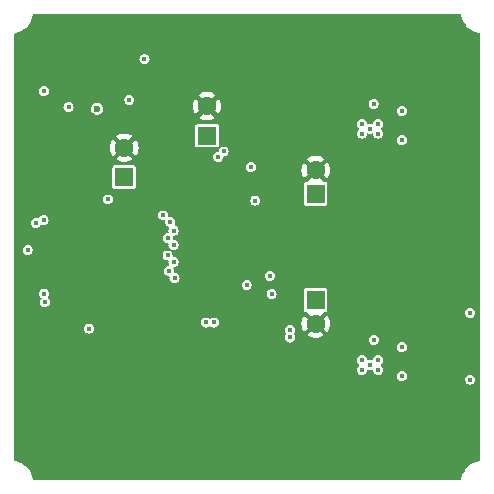
<source format=gbr>
%TF.GenerationSoftware,KiCad,Pcbnew,8.0.4*%
%TF.CreationDate,2024-09-11T23:51:38+02:00*%
%TF.ProjectId,HiFiDAC,48694669-4441-4432-9e6b-696361645f70,rev?*%
%TF.SameCoordinates,Original*%
%TF.FileFunction,Copper,L2,Inr*%
%TF.FilePolarity,Positive*%
%FSLAX46Y46*%
G04 Gerber Fmt 4.6, Leading zero omitted, Abs format (unit mm)*
G04 Created by KiCad (PCBNEW 8.0.4) date 2024-09-11 23:51:38*
%MOMM*%
%LPD*%
G01*
G04 APERTURE LIST*
%TA.AperFunction,ComponentPad*%
%ADD10R,1.600000X1.600000*%
%TD*%
%TA.AperFunction,ComponentPad*%
%ADD11C,1.600000*%
%TD*%
%TA.AperFunction,ViaPad*%
%ADD12C,0.450000*%
%TD*%
%TA.AperFunction,ViaPad*%
%ADD13C,0.600000*%
%TD*%
G04 APERTURE END LIST*
D10*
%TO.N,+5V*%
%TO.C,C12*%
X139600000Y-94100000D03*
D11*
%TO.N,GND*%
X139600000Y-91600000D03*
%TD*%
D10*
%TO.N,/3.3V Supply/3.3VDAC1*%
%TO.C,C18*%
X155800000Y-104500000D03*
D11*
%TO.N,GND*%
X155800000Y-106500000D03*
%TD*%
D10*
%TO.N,/3.3V Supply/3.3VA*%
%TO.C,C28*%
X146600000Y-90582380D03*
D11*
%TO.N,GND*%
X146600000Y-88082380D03*
%TD*%
D10*
%TO.N,/3.3V Supply/3.3VDAC2*%
%TO.C,C23*%
X155800000Y-95500000D03*
D11*
%TO.N,GND*%
X155800000Y-93500000D03*
%TD*%
D12*
%TO.N,GND*%
X134270000Y-108010000D03*
%TO.N,+15V*%
X163100000Y-90950000D03*
%TO.N,GND*%
X164500000Y-97900000D03*
X164500000Y-102100000D03*
X132300000Y-109500000D03*
X147500000Y-83600000D03*
X147600000Y-82000000D03*
X143700000Y-81900000D03*
X143590000Y-113840000D03*
X143590000Y-108570000D03*
X158400000Y-87900000D03*
X158500000Y-107800000D03*
X166800000Y-110000000D03*
X169230000Y-94280000D03*
X167200000Y-90000000D03*
X142000000Y-89700000D03*
X130880000Y-108210000D03*
X137030000Y-107730000D03*
X138730000Y-107410000D03*
X149400000Y-105400000D03*
X147100000Y-103300000D03*
X142700000Y-103300000D03*
X142580000Y-96740000D03*
X147900000Y-95900000D03*
X140600000Y-96200000D03*
X141800000Y-91700000D03*
X136300000Y-89700000D03*
X135290000Y-91720000D03*
X132300000Y-95000000D03*
X134700000Y-104200000D03*
X152700000Y-84000000D03*
X152700000Y-82200000D03*
X152700000Y-83100000D03*
X138900000Y-89500000D03*
X144900000Y-89800000D03*
X145560000Y-83590000D03*
X145500000Y-84900000D03*
X138830000Y-84250000D03*
X140100000Y-85300000D03*
X140460000Y-104530000D03*
X138770000Y-104520000D03*
X136700000Y-96000000D03*
X138200000Y-94400000D03*
X136700000Y-94400000D03*
X163300000Y-116400000D03*
X163300000Y-103600000D03*
X163100000Y-112700000D03*
X157700000Y-110900000D03*
X167300000Y-100400000D03*
X167300000Y-99600000D03*
X150600000Y-90900000D03*
X163300000Y-96400000D03*
X163300000Y-83600000D03*
X163100000Y-92700000D03*
X157700000Y-90900000D03*
X150700000Y-94500000D03*
X152000000Y-94500000D03*
X135900000Y-100000000D03*
X134600000Y-100000000D03*
X135900000Y-101300000D03*
X137200000Y-100000000D03*
X137200000Y-101300000D03*
X134600000Y-101300000D03*
X137200000Y-98700000D03*
X135900000Y-98700000D03*
X134600000Y-98700000D03*
X149700000Y-100000000D03*
X148600000Y-100000000D03*
X150800000Y-100000000D03*
X149700000Y-101100000D03*
X149700000Y-98900000D03*
X148600000Y-98900000D03*
X148600000Y-101100000D03*
X150800000Y-101100000D03*
X150800000Y-98900000D03*
X153600000Y-99300000D03*
X153600000Y-100700000D03*
X152700000Y-117800000D03*
X152700000Y-116900000D03*
X152700000Y-116000000D03*
X150500000Y-115100000D03*
X150700000Y-107000000D03*
X148700000Y-108400000D03*
X148700000Y-114000000D03*
X145800000Y-114600000D03*
X145800000Y-107800000D03*
X146000000Y-111200000D03*
X145000000Y-111200000D03*
X144000000Y-111200000D03*
X145000000Y-112200000D03*
X146000000Y-112200000D03*
X144000000Y-112200000D03*
X146000000Y-110200000D03*
X145000000Y-110200000D03*
X144000000Y-110200000D03*
X141300000Y-108400000D03*
X142500000Y-114760000D03*
X131700000Y-103700000D03*
X133400000Y-85150000D03*
X134200000Y-85500000D03*
X133400000Y-85900000D03*
X131300000Y-91200000D03*
X160080000Y-107860000D03*
X141740000Y-100680000D03*
X160060000Y-87870000D03*
X141600000Y-87500000D03*
X140800000Y-87500000D03*
X141100000Y-100400000D03*
X142400000Y-100400000D03*
%TO.N,Net-(U2-AVDD)*%
X149960000Y-103210000D03*
X150700000Y-96075000D03*
X150320000Y-93230000D03*
%TO.N,/3.3V Supply/3.3VA*%
X152075000Y-104000000D03*
%TO.N,/3.3V Supply/3.3VDAC2*%
X153650000Y-107669670D03*
X153650000Y-107040667D03*
%TO.N,+3.3VD*%
X136600000Y-106909994D03*
X134880000Y-88170000D03*
%TO.N,Net-(J5-Pin_5)*%
X138200000Y-95975000D03*
%TO.N,+15V*%
X148015000Y-91915000D03*
X147550000Y-92380000D03*
D13*
%TO.N,+5V*%
X137310000Y-88310000D03*
D12*
%TO.N,-15V*%
X161100000Y-109600000D03*
X159700000Y-89600000D03*
X161100000Y-110400000D03*
X147190000Y-106400000D03*
X161100000Y-89600000D03*
X159700000Y-110400000D03*
X159700000Y-90400000D03*
X160400000Y-110000000D03*
X160400000Y-90000000D03*
X161100000Y-90400000D03*
X159700000Y-109600000D03*
X146500000Y-106400000D03*
%TO.N,Net-(U6A--)*%
X163100000Y-108470000D03*
X160720000Y-107860000D03*
%TO.N,/I-V Stage/V1+*%
X168900000Y-105570000D03*
X168900000Y-111237919D03*
%TO.N,Net-(U7A--)*%
X163100000Y-88470000D03*
X160710000Y-87880000D03*
%TO.N,/SWDIO*%
X132880000Y-104690000D03*
%TO.N,/SWCLK*%
X132830000Y-103950000D03*
%TO.N,Net-(J6-Pin_2)*%
X131420000Y-100260000D03*
%TO.N,Net-(J6-Pin_3)*%
X132120000Y-97960000D03*
%TO.N,Net-(U1-CLK)*%
X151930000Y-102440000D03*
%TO.N,Net-(U2-CHIP_EN)*%
X143770000Y-98620000D03*
%TO.N,Net-(U2-SCLK{slash}SCL{slash}HW1)*%
X142900000Y-97330000D03*
%TO.N,Net-(U2-SS{slash}ADDR1{slash}HW2)*%
X143290000Y-99250000D03*
%TO.N,/GPIO4*%
X143860000Y-102660000D03*
%TO.N,Net-(U2-MISO{slash}ADDR0{slash}MUTE_CTRL)*%
X143770000Y-99840000D03*
%TO.N,/GPIO3*%
X143410000Y-102060000D03*
%TO.N,/GPIO2*%
X143772162Y-101272162D03*
%TO.N,Net-(U2-MOSI{slash}SDA{slash}HW0)*%
X143500000Y-97870000D03*
%TO.N,Net-(U2-GPIO1)*%
X143270000Y-100720000D03*
%TO.N,Net-(J2-Pin_1)*%
X132790000Y-86800000D03*
%TO.N,Net-(JP1-A)*%
X141312517Y-84100000D03*
%TO.N,Net-(J6-Pin_4)*%
X132770000Y-97750000D03*
%TO.N,Net-(JP2-C)*%
X140030000Y-87550000D03*
%TO.N,GND*%
X164400000Y-88200000D03*
%TO.N,+15V*%
X163100000Y-110950000D03*
%TD*%
%TA.AperFunction,Conductor*%
%TO.N,GND*%
G36*
X168110092Y-80322174D02*
G01*
X168131133Y-80364845D01*
X168132015Y-80371552D01*
X168132016Y-80371557D01*
X168196497Y-80612205D01*
X168291834Y-80842369D01*
X168291835Y-80842372D01*
X168416398Y-81058123D01*
X168416402Y-81058129D01*
X168492931Y-81157863D01*
X168568062Y-81255776D01*
X168744224Y-81431938D01*
X168941873Y-81583599D01*
X169157627Y-81708164D01*
X169387793Y-81803502D01*
X169628435Y-81867982D01*
X169628437Y-81867982D01*
X169628440Y-81867983D01*
X169628439Y-81867983D01*
X169635156Y-81868867D01*
X169684207Y-81897184D01*
X169699500Y-81942234D01*
X169699500Y-118057765D01*
X169677826Y-118110091D01*
X169635163Y-118131131D01*
X169628450Y-118132015D01*
X169628442Y-118132016D01*
X169387794Y-118196497D01*
X169157630Y-118291834D01*
X169157627Y-118291835D01*
X168941876Y-118416398D01*
X168941870Y-118416402D01*
X168744223Y-118568062D01*
X168568062Y-118744223D01*
X168416402Y-118941870D01*
X168416398Y-118941876D01*
X168291835Y-119157627D01*
X168291834Y-119157630D01*
X168196497Y-119387794D01*
X168132016Y-119628442D01*
X168132015Y-119628447D01*
X168131133Y-119635155D01*
X168102817Y-119684206D01*
X168057766Y-119699500D01*
X131942234Y-119699500D01*
X131889908Y-119677826D01*
X131868867Y-119635155D01*
X131867984Y-119628447D01*
X131867983Y-119628442D01*
X131867982Y-119628441D01*
X131867982Y-119628435D01*
X131803502Y-119387793D01*
X131708164Y-119157627D01*
X131583599Y-118941873D01*
X131431938Y-118744224D01*
X131255776Y-118568062D01*
X131216761Y-118538125D01*
X131058129Y-118416402D01*
X131058123Y-118416398D01*
X130842372Y-118291835D01*
X130842369Y-118291834D01*
X130612205Y-118196497D01*
X130428422Y-118147252D01*
X130371565Y-118132018D01*
X130371563Y-118132017D01*
X130371557Y-118132016D01*
X130371549Y-118132015D01*
X130364837Y-118131131D01*
X130315789Y-118102810D01*
X130300500Y-118057765D01*
X130300500Y-110950000D01*
X162669196Y-110950000D01*
X162690280Y-111083126D01*
X162751471Y-111203219D01*
X162751472Y-111203220D01*
X162846780Y-111298528D01*
X162966873Y-111359718D01*
X162966873Y-111359719D01*
X162985075Y-111362601D01*
X163100000Y-111380804D01*
X163233126Y-111359719D01*
X163353220Y-111298528D01*
X163413829Y-111237919D01*
X168469196Y-111237919D01*
X168490280Y-111371045D01*
X168495253Y-111380804D01*
X168551472Y-111491139D01*
X168646780Y-111586447D01*
X168766873Y-111647637D01*
X168766873Y-111647638D01*
X168785075Y-111650520D01*
X168900000Y-111668723D01*
X169033126Y-111647638D01*
X169153220Y-111586447D01*
X169248528Y-111491139D01*
X169309719Y-111371045D01*
X169330804Y-111237919D01*
X169309719Y-111104793D01*
X169309719Y-111104792D01*
X169248528Y-110984699D01*
X169153219Y-110889390D01*
X169033126Y-110828200D01*
X169033126Y-110828199D01*
X168900000Y-110807115D01*
X168766873Y-110828199D01*
X168766873Y-110828200D01*
X168646780Y-110889390D01*
X168551471Y-110984699D01*
X168490281Y-111104792D01*
X168490280Y-111104792D01*
X168469196Y-111237919D01*
X163413829Y-111237919D01*
X163448528Y-111203220D01*
X163509719Y-111083126D01*
X163530804Y-110950000D01*
X163509719Y-110816874D01*
X163509719Y-110816873D01*
X163448528Y-110696780D01*
X163353219Y-110601471D01*
X163233126Y-110540281D01*
X163233126Y-110540280D01*
X163100000Y-110519196D01*
X162966873Y-110540280D01*
X162966873Y-110540281D01*
X162846780Y-110601471D01*
X162751471Y-110696780D01*
X162690281Y-110816873D01*
X162690280Y-110816873D01*
X162669196Y-110950000D01*
X130300500Y-110950000D01*
X130300500Y-109600000D01*
X159269196Y-109600000D01*
X159290280Y-109733126D01*
X159351471Y-109853219D01*
X159445926Y-109947674D01*
X159467600Y-110000000D01*
X159445926Y-110052326D01*
X159351472Y-110146779D01*
X159351471Y-110146780D01*
X159290281Y-110266873D01*
X159290280Y-110266873D01*
X159269196Y-110400000D01*
X159290280Y-110533126D01*
X159351471Y-110653219D01*
X159351472Y-110653220D01*
X159446780Y-110748528D01*
X159566873Y-110809718D01*
X159566873Y-110809719D01*
X159585075Y-110812601D01*
X159700000Y-110830804D01*
X159833126Y-110809719D01*
X159953220Y-110748528D01*
X160048528Y-110653220D01*
X160109719Y-110533126D01*
X160123607Y-110445435D01*
X160153200Y-110397146D01*
X160208272Y-110383924D01*
X160230290Y-110391078D01*
X160266873Y-110409718D01*
X160266873Y-110409719D01*
X160285075Y-110412601D01*
X160400000Y-110430804D01*
X160533126Y-110409719D01*
X160569709Y-110391078D01*
X160626169Y-110386635D01*
X160669237Y-110423417D01*
X160676392Y-110445437D01*
X160690280Y-110533125D01*
X160690281Y-110533126D01*
X160725104Y-110601471D01*
X160751472Y-110653220D01*
X160846780Y-110748528D01*
X160966873Y-110809718D01*
X160966873Y-110809719D01*
X160985075Y-110812601D01*
X161100000Y-110830804D01*
X161233126Y-110809719D01*
X161353220Y-110748528D01*
X161448528Y-110653220D01*
X161509719Y-110533126D01*
X161530804Y-110400000D01*
X161509719Y-110266874D01*
X161509719Y-110266873D01*
X161448528Y-110146780D01*
X161354074Y-110052326D01*
X161332400Y-110000000D01*
X161354074Y-109947674D01*
X161381890Y-109919858D01*
X161448528Y-109853220D01*
X161509719Y-109733126D01*
X161530804Y-109600000D01*
X161509719Y-109466874D01*
X161509719Y-109466873D01*
X161448528Y-109346780D01*
X161353219Y-109251471D01*
X161233126Y-109190281D01*
X161233126Y-109190280D01*
X161100000Y-109169196D01*
X160966873Y-109190280D01*
X160966873Y-109190281D01*
X160846780Y-109251471D01*
X160751471Y-109346780D01*
X160690281Y-109466873D01*
X160676392Y-109554563D01*
X160646799Y-109602854D01*
X160591726Y-109616075D01*
X160569710Y-109608921D01*
X160533126Y-109590281D01*
X160533124Y-109590280D01*
X160533123Y-109590280D01*
X160400000Y-109569196D01*
X160266874Y-109590280D01*
X160230290Y-109608921D01*
X160173828Y-109613364D01*
X160130761Y-109576580D01*
X160123607Y-109554564D01*
X160109719Y-109466874D01*
X160048528Y-109346780D01*
X159953220Y-109251472D01*
X159953219Y-109251471D01*
X159833126Y-109190281D01*
X159833126Y-109190280D01*
X159700000Y-109169196D01*
X159566873Y-109190280D01*
X159566873Y-109190281D01*
X159446780Y-109251471D01*
X159351471Y-109346780D01*
X159290281Y-109466873D01*
X159290280Y-109466873D01*
X159269196Y-109600000D01*
X130300500Y-109600000D01*
X130300500Y-108470000D01*
X162669196Y-108470000D01*
X162690280Y-108603126D01*
X162751471Y-108723219D01*
X162751472Y-108723220D01*
X162846780Y-108818528D01*
X162966873Y-108879718D01*
X162966873Y-108879719D01*
X162985075Y-108882601D01*
X163100000Y-108900804D01*
X163233126Y-108879719D01*
X163353220Y-108818528D01*
X163448528Y-108723220D01*
X163509719Y-108603126D01*
X163530804Y-108470000D01*
X163509719Y-108336874D01*
X163509719Y-108336873D01*
X163448528Y-108216780D01*
X163353219Y-108121471D01*
X163233126Y-108060281D01*
X163233126Y-108060280D01*
X163100000Y-108039196D01*
X162966873Y-108060280D01*
X162966873Y-108060281D01*
X162846780Y-108121471D01*
X162751471Y-108216780D01*
X162690281Y-108336873D01*
X162690280Y-108336873D01*
X162669196Y-108470000D01*
X130300500Y-108470000D01*
X130300500Y-106909994D01*
X136169196Y-106909994D01*
X136190280Y-107043120D01*
X136236805Y-107134429D01*
X136251472Y-107163214D01*
X136346780Y-107258522D01*
X136466873Y-107319712D01*
X136466873Y-107319713D01*
X136485075Y-107322595D01*
X136600000Y-107340798D01*
X136733126Y-107319713D01*
X136853220Y-107258522D01*
X136948528Y-107163214D01*
X137009719Y-107043120D01*
X137010108Y-107040667D01*
X153219196Y-107040667D01*
X153240280Y-107173793D01*
X153301471Y-107293886D01*
X153310427Y-107302842D01*
X153332101Y-107355168D01*
X153310431Y-107407490D01*
X153301471Y-107416450D01*
X153240280Y-107536546D01*
X153219196Y-107669670D01*
X153240280Y-107802796D01*
X153301471Y-107922889D01*
X153301472Y-107922890D01*
X153396780Y-108018198D01*
X153516873Y-108079388D01*
X153516873Y-108079389D01*
X153535075Y-108082271D01*
X153650000Y-108100474D01*
X153783126Y-108079389D01*
X153903220Y-108018198D01*
X153998528Y-107922890D01*
X154030572Y-107860000D01*
X160289196Y-107860000D01*
X160310280Y-107993126D01*
X160371471Y-108113219D01*
X160371472Y-108113220D01*
X160466780Y-108208528D01*
X160586873Y-108269718D01*
X160586873Y-108269719D01*
X160605075Y-108272601D01*
X160720000Y-108290804D01*
X160853126Y-108269719D01*
X160973220Y-108208528D01*
X161068528Y-108113220D01*
X161129719Y-107993126D01*
X161150804Y-107860000D01*
X161129719Y-107726874D01*
X161129719Y-107726873D01*
X161068528Y-107606780D01*
X160973219Y-107511471D01*
X160853126Y-107450281D01*
X160853126Y-107450280D01*
X160720000Y-107429196D01*
X160586873Y-107450280D01*
X160586873Y-107450281D01*
X160466780Y-107511471D01*
X160371471Y-107606780D01*
X160310281Y-107726873D01*
X160310280Y-107726873D01*
X160289196Y-107860000D01*
X154030572Y-107860000D01*
X154059719Y-107802796D01*
X154080804Y-107669670D01*
X154059719Y-107536544D01*
X154059719Y-107536543D01*
X153998528Y-107416450D01*
X153989572Y-107407494D01*
X153967898Y-107355168D01*
X153989571Y-107302843D01*
X153998528Y-107293887D01*
X154059719Y-107173793D01*
X154080804Y-107040667D01*
X154059719Y-106907541D01*
X154059719Y-106907540D01*
X153998528Y-106787447D01*
X153903219Y-106692138D01*
X153783126Y-106630948D01*
X153783126Y-106630947D01*
X153650000Y-106609863D01*
X153516873Y-106630947D01*
X153516873Y-106630948D01*
X153396780Y-106692138D01*
X153301471Y-106787447D01*
X153240281Y-106907540D01*
X153240280Y-106907540D01*
X153219196Y-107040667D01*
X137010108Y-107040667D01*
X137030804Y-106909994D01*
X137009719Y-106776868D01*
X137009719Y-106776867D01*
X136948528Y-106656774D01*
X136853219Y-106561465D01*
X136733126Y-106500275D01*
X136733126Y-106500274D01*
X136600000Y-106479190D01*
X136466873Y-106500274D01*
X136466873Y-106500275D01*
X136346780Y-106561465D01*
X136251471Y-106656774D01*
X136190281Y-106776867D01*
X136190280Y-106776867D01*
X136169196Y-106909994D01*
X130300500Y-106909994D01*
X130300500Y-106400000D01*
X146069196Y-106400000D01*
X146090280Y-106533126D01*
X146151471Y-106653219D01*
X146151472Y-106653220D01*
X146246780Y-106748528D01*
X146366873Y-106809718D01*
X146366873Y-106809719D01*
X146385075Y-106812601D01*
X146500000Y-106830804D01*
X146633126Y-106809719D01*
X146753220Y-106748528D01*
X146792674Y-106709074D01*
X146845000Y-106687400D01*
X146897326Y-106709074D01*
X146936780Y-106748528D01*
X147056873Y-106809718D01*
X147056873Y-106809719D01*
X147075075Y-106812601D01*
X147190000Y-106830804D01*
X147323126Y-106809719D01*
X147443220Y-106748528D01*
X147538528Y-106653220D01*
X147599719Y-106533126D01*
X147604966Y-106499996D01*
X154594859Y-106499996D01*
X154594859Y-106500003D01*
X154615377Y-106721432D01*
X154615379Y-106721445D01*
X154676237Y-106935342D01*
X154676239Y-106935346D01*
X154775368Y-107134426D01*
X154775370Y-107134429D01*
X154821560Y-107195594D01*
X155413629Y-106603525D01*
X155427259Y-106654394D01*
X155479920Y-106745606D01*
X155554394Y-106820080D01*
X155645606Y-106872741D01*
X155696472Y-106886370D01*
X155103000Y-107479841D01*
X155262817Y-107578794D01*
X155262827Y-107578799D01*
X155470194Y-107659134D01*
X155688800Y-107699999D01*
X155688806Y-107700000D01*
X155911194Y-107700000D01*
X155911199Y-107699999D01*
X156129805Y-107659134D01*
X156337172Y-107578799D01*
X156337182Y-107578794D01*
X156496997Y-107479840D01*
X155903527Y-106886370D01*
X155954394Y-106872741D01*
X156045606Y-106820080D01*
X156120080Y-106745606D01*
X156172741Y-106654394D01*
X156186370Y-106603527D01*
X156778438Y-107195595D01*
X156824629Y-107134428D01*
X156824631Y-107134426D01*
X156923760Y-106935346D01*
X156923762Y-106935342D01*
X156984620Y-106721445D01*
X156984622Y-106721432D01*
X157005141Y-106500003D01*
X157005141Y-106499996D01*
X156984622Y-106278567D01*
X156984620Y-106278554D01*
X156923762Y-106064657D01*
X156923760Y-106064653D01*
X156824631Y-105865573D01*
X156824629Y-105865570D01*
X156778437Y-105804403D01*
X156186370Y-106396471D01*
X156172741Y-106345606D01*
X156120080Y-106254394D01*
X156045606Y-106179920D01*
X155954394Y-106127259D01*
X155903525Y-106113629D01*
X156447155Y-105570000D01*
X168469196Y-105570000D01*
X168490280Y-105703126D01*
X168541884Y-105804403D01*
X168551472Y-105823220D01*
X168646780Y-105918528D01*
X168766873Y-105979718D01*
X168766873Y-105979719D01*
X168785075Y-105982601D01*
X168900000Y-106000804D01*
X169033126Y-105979719D01*
X169153220Y-105918528D01*
X169248528Y-105823220D01*
X169309719Y-105703126D01*
X169330804Y-105570000D01*
X169309719Y-105436874D01*
X169309719Y-105436873D01*
X169248528Y-105316780D01*
X169153219Y-105221471D01*
X169033126Y-105160281D01*
X169033126Y-105160280D01*
X168900000Y-105139196D01*
X168766873Y-105160280D01*
X168766873Y-105160281D01*
X168646780Y-105221471D01*
X168551471Y-105316780D01*
X168490281Y-105436873D01*
X168490280Y-105436873D01*
X168469196Y-105570000D01*
X156447155Y-105570000D01*
X156494981Y-105522174D01*
X156547307Y-105500500D01*
X156619746Y-105500500D01*
X156619748Y-105500500D01*
X156678231Y-105488867D01*
X156744552Y-105444552D01*
X156788867Y-105378231D01*
X156800500Y-105319748D01*
X156800500Y-103680252D01*
X156788867Y-103621769D01*
X156787497Y-103619719D01*
X156753738Y-103569196D01*
X156744552Y-103555448D01*
X156721852Y-103540280D01*
X156678232Y-103511133D01*
X156678233Y-103511133D01*
X156648989Y-103505316D01*
X156619748Y-103499500D01*
X154980252Y-103499500D01*
X154951010Y-103505316D01*
X154921767Y-103511133D01*
X154855449Y-103555447D01*
X154855447Y-103555449D01*
X154811133Y-103621767D01*
X154799500Y-103680253D01*
X154799500Y-105319746D01*
X154811133Y-105378232D01*
X154840608Y-105422343D01*
X154855448Y-105444552D01*
X154899560Y-105474027D01*
X154921767Y-105488866D01*
X154921768Y-105488866D01*
X154921769Y-105488867D01*
X154980252Y-105500500D01*
X154980254Y-105500500D01*
X155052691Y-105500500D01*
X155105017Y-105522174D01*
X155696472Y-106113629D01*
X155645606Y-106127259D01*
X155554394Y-106179920D01*
X155479920Y-106254394D01*
X155427259Y-106345606D01*
X155413629Y-106396472D01*
X154821560Y-105804403D01*
X154775368Y-105865574D01*
X154775367Y-105865577D01*
X154676239Y-106064653D01*
X154676237Y-106064657D01*
X154615379Y-106278554D01*
X154615377Y-106278567D01*
X154594859Y-106499996D01*
X147604966Y-106499996D01*
X147620804Y-106400000D01*
X147599719Y-106266874D01*
X147599719Y-106266873D01*
X147538528Y-106146780D01*
X147443219Y-106051471D01*
X147323126Y-105990281D01*
X147323126Y-105990280D01*
X147190000Y-105969196D01*
X147056873Y-105990280D01*
X147056873Y-105990281D01*
X146936780Y-106051471D01*
X146936779Y-106051472D01*
X146897326Y-106090926D01*
X146845000Y-106112600D01*
X146792674Y-106090926D01*
X146753219Y-106051471D01*
X146633126Y-105990281D01*
X146633126Y-105990280D01*
X146500000Y-105969196D01*
X146366873Y-105990280D01*
X146366873Y-105990281D01*
X146246780Y-106051471D01*
X146151471Y-106146780D01*
X146090281Y-106266873D01*
X146090280Y-106266873D01*
X146069196Y-106400000D01*
X130300500Y-106400000D01*
X130300500Y-103950000D01*
X132399196Y-103950000D01*
X132420280Y-104083126D01*
X132481471Y-104203219D01*
X132570926Y-104292674D01*
X132592600Y-104345000D01*
X132570926Y-104397326D01*
X132531472Y-104436779D01*
X132531471Y-104436780D01*
X132470281Y-104556873D01*
X132470280Y-104556873D01*
X132449196Y-104690000D01*
X132470280Y-104823126D01*
X132531471Y-104943219D01*
X132531472Y-104943220D01*
X132626780Y-105038528D01*
X132746873Y-105099718D01*
X132746873Y-105099719D01*
X132765075Y-105102601D01*
X132880000Y-105120804D01*
X133013126Y-105099719D01*
X133133220Y-105038528D01*
X133228528Y-104943220D01*
X133289719Y-104823126D01*
X133310804Y-104690000D01*
X133289719Y-104556874D01*
X133289719Y-104556873D01*
X133228528Y-104436780D01*
X133139074Y-104347326D01*
X133117400Y-104295000D01*
X133139074Y-104242674D01*
X133178528Y-104203220D01*
X133239719Y-104083126D01*
X133252885Y-104000000D01*
X151644196Y-104000000D01*
X151665280Y-104133126D01*
X151726471Y-104253219D01*
X151726472Y-104253220D01*
X151821780Y-104348528D01*
X151941873Y-104409718D01*
X151941873Y-104409719D01*
X151960075Y-104412601D01*
X152075000Y-104430804D01*
X152208126Y-104409719D01*
X152328220Y-104348528D01*
X152423528Y-104253220D01*
X152484719Y-104133126D01*
X152505804Y-104000000D01*
X152484719Y-103866874D01*
X152484719Y-103866873D01*
X152423528Y-103746780D01*
X152328219Y-103651471D01*
X152208126Y-103590281D01*
X152208126Y-103590280D01*
X152075000Y-103569196D01*
X151941873Y-103590280D01*
X151941873Y-103590281D01*
X151821780Y-103651471D01*
X151726471Y-103746780D01*
X151665281Y-103866873D01*
X151665280Y-103866873D01*
X151644196Y-104000000D01*
X133252885Y-104000000D01*
X133260804Y-103950000D01*
X133239719Y-103816874D01*
X133239719Y-103816873D01*
X133178528Y-103696780D01*
X133083219Y-103601471D01*
X132963126Y-103540281D01*
X132963126Y-103540280D01*
X132830000Y-103519196D01*
X132696873Y-103540280D01*
X132696873Y-103540281D01*
X132576780Y-103601471D01*
X132481471Y-103696780D01*
X132420281Y-103816873D01*
X132420280Y-103816873D01*
X132399196Y-103950000D01*
X130300500Y-103950000D01*
X130300500Y-103210000D01*
X149529196Y-103210000D01*
X149550280Y-103343126D01*
X149611471Y-103463219D01*
X149611472Y-103463220D01*
X149706780Y-103558528D01*
X149826873Y-103619718D01*
X149826873Y-103619719D01*
X149839817Y-103621769D01*
X149960000Y-103640804D01*
X150093126Y-103619719D01*
X150213220Y-103558528D01*
X150308528Y-103463220D01*
X150369719Y-103343126D01*
X150390804Y-103210000D01*
X150369719Y-103076874D01*
X150369719Y-103076873D01*
X150308528Y-102956780D01*
X150213219Y-102861471D01*
X150093126Y-102800281D01*
X150093126Y-102800280D01*
X149960000Y-102779196D01*
X149826873Y-102800280D01*
X149826873Y-102800281D01*
X149706780Y-102861471D01*
X149611471Y-102956780D01*
X149550281Y-103076873D01*
X149550280Y-103076873D01*
X149529196Y-103210000D01*
X130300500Y-103210000D01*
X130300500Y-100720000D01*
X142839196Y-100720000D01*
X142860280Y-100853126D01*
X142921471Y-100973219D01*
X142921472Y-100973220D01*
X143016780Y-101068528D01*
X143136873Y-101129718D01*
X143136873Y-101129719D01*
X143270000Y-101150804D01*
X143273936Y-101150804D01*
X143326262Y-101172478D01*
X143347936Y-101224804D01*
X143347025Y-101236380D01*
X143341358Y-101272161D01*
X143362442Y-101405285D01*
X143362442Y-101405286D01*
X143362443Y-101405288D01*
X143423634Y-101525382D01*
X143425322Y-101528694D01*
X143429765Y-101585156D01*
X143392982Y-101628224D01*
X143370964Y-101635378D01*
X143276873Y-101650281D01*
X143156780Y-101711471D01*
X143061471Y-101806780D01*
X143000281Y-101926873D01*
X143000280Y-101926873D01*
X142979196Y-102060000D01*
X143000280Y-102193126D01*
X143060581Y-102311472D01*
X143061472Y-102313220D01*
X143156780Y-102408528D01*
X143276874Y-102469719D01*
X143381779Y-102486334D01*
X143430070Y-102515927D01*
X143443292Y-102570999D01*
X143429196Y-102659999D01*
X143450280Y-102793126D01*
X143511471Y-102913219D01*
X143511472Y-102913220D01*
X143606780Y-103008528D01*
X143726873Y-103069718D01*
X143726873Y-103069719D01*
X143745075Y-103072601D01*
X143860000Y-103090804D01*
X143993126Y-103069719D01*
X144113220Y-103008528D01*
X144208528Y-102913220D01*
X144269719Y-102793126D01*
X144290804Y-102660000D01*
X144269719Y-102526874D01*
X144269719Y-102526873D01*
X144225455Y-102440000D01*
X151499196Y-102440000D01*
X151520280Y-102573126D01*
X151581471Y-102693219D01*
X151581472Y-102693220D01*
X151676780Y-102788528D01*
X151796873Y-102849718D01*
X151796873Y-102849719D01*
X151815075Y-102852601D01*
X151930000Y-102870804D01*
X152063126Y-102849719D01*
X152183220Y-102788528D01*
X152278528Y-102693220D01*
X152339719Y-102573126D01*
X152360804Y-102440000D01*
X152339719Y-102306874D01*
X152339719Y-102306873D01*
X152278528Y-102186780D01*
X152183219Y-102091471D01*
X152063126Y-102030281D01*
X152063126Y-102030280D01*
X151930000Y-102009196D01*
X151796873Y-102030280D01*
X151796873Y-102030281D01*
X151676780Y-102091471D01*
X151581471Y-102186780D01*
X151520281Y-102306873D01*
X151520280Y-102306873D01*
X151499196Y-102440000D01*
X144225455Y-102440000D01*
X144208528Y-102406780D01*
X144113219Y-102311471D01*
X143993126Y-102250281D01*
X143993125Y-102250280D01*
X143888220Y-102233665D01*
X143839929Y-102204072D01*
X143826707Y-102149002D01*
X143840804Y-102060000D01*
X143819719Y-101926874D01*
X143758528Y-101806780D01*
X143756840Y-101803467D01*
X143752396Y-101747005D01*
X143789179Y-101703938D01*
X143811196Y-101696783D01*
X143905288Y-101681881D01*
X144025382Y-101620690D01*
X144120690Y-101525382D01*
X144181881Y-101405288D01*
X144202966Y-101272162D01*
X144181881Y-101139036D01*
X144181881Y-101139035D01*
X144120690Y-101018942D01*
X144025381Y-100923633D01*
X143905288Y-100862443D01*
X143905288Y-100862442D01*
X143772162Y-100841358D01*
X143768226Y-100841358D01*
X143715900Y-100819684D01*
X143694226Y-100767358D01*
X143695137Y-100755782D01*
X143700804Y-100720000D01*
X143679719Y-100586873D01*
X143618528Y-100466780D01*
X143523219Y-100371471D01*
X143403126Y-100310281D01*
X143403126Y-100310280D01*
X143270000Y-100289196D01*
X143136873Y-100310280D01*
X143136873Y-100310281D01*
X143016780Y-100371471D01*
X142921471Y-100466780D01*
X142860281Y-100586873D01*
X142860280Y-100586873D01*
X142839196Y-100720000D01*
X130300500Y-100720000D01*
X130300500Y-100260000D01*
X130989196Y-100260000D01*
X131010280Y-100393126D01*
X131071471Y-100513219D01*
X131071472Y-100513220D01*
X131166780Y-100608528D01*
X131286873Y-100669718D01*
X131286873Y-100669719D01*
X131305075Y-100672601D01*
X131420000Y-100690804D01*
X131553126Y-100669719D01*
X131673220Y-100608528D01*
X131768528Y-100513220D01*
X131829719Y-100393126D01*
X131850804Y-100260000D01*
X131829719Y-100126874D01*
X131829719Y-100126873D01*
X131768528Y-100006780D01*
X131673219Y-99911471D01*
X131553126Y-99850281D01*
X131553126Y-99850280D01*
X131420000Y-99829196D01*
X131286873Y-99850280D01*
X131286873Y-99850281D01*
X131166780Y-99911471D01*
X131071471Y-100006780D01*
X131010281Y-100126873D01*
X131010280Y-100126873D01*
X130989196Y-100260000D01*
X130300500Y-100260000D01*
X130300500Y-97960000D01*
X131689196Y-97960000D01*
X131710280Y-98093126D01*
X131771471Y-98213219D01*
X131771472Y-98213220D01*
X131866780Y-98308528D01*
X131986873Y-98369718D01*
X131986873Y-98369719D01*
X132005075Y-98372601D01*
X132120000Y-98390804D01*
X132253126Y-98369719D01*
X132373220Y-98308528D01*
X132468528Y-98213220D01*
X132491272Y-98168582D01*
X132534337Y-98131799D01*
X132590797Y-98136241D01*
X132636874Y-98159719D01*
X132636873Y-98159719D01*
X132655075Y-98162601D01*
X132770000Y-98180804D01*
X132903126Y-98159719D01*
X133023220Y-98098528D01*
X133118528Y-98003220D01*
X133179719Y-97883126D01*
X133200804Y-97750000D01*
X133179719Y-97616874D01*
X133179719Y-97616873D01*
X133118528Y-97496780D01*
X133023219Y-97401471D01*
X132903126Y-97340281D01*
X132903126Y-97340280D01*
X132838217Y-97330000D01*
X142469196Y-97330000D01*
X142490280Y-97463126D01*
X142551471Y-97583219D01*
X142551472Y-97583220D01*
X142646780Y-97678528D01*
X142766873Y-97739718D01*
X142766873Y-97739719D01*
X142787958Y-97743058D01*
X142900000Y-97760804D01*
X142990691Y-97746440D01*
X143045763Y-97759662D01*
X143075356Y-97807953D01*
X143075356Y-97831105D01*
X143069196Y-97869999D01*
X143090280Y-98003126D01*
X143151471Y-98123219D01*
X143151472Y-98123220D01*
X143246780Y-98218528D01*
X143366874Y-98279719D01*
X143366878Y-98279719D01*
X143369368Y-98280529D01*
X143370707Y-98281672D01*
X143372064Y-98282364D01*
X143371898Y-98282689D01*
X143412438Y-98317308D01*
X143416886Y-98373771D01*
X143412441Y-98384504D01*
X143360280Y-98486876D01*
X143339196Y-98620000D01*
X143357193Y-98733631D01*
X143343971Y-98788703D01*
X143295680Y-98818296D01*
X143156874Y-98840280D01*
X143156873Y-98840281D01*
X143036780Y-98901471D01*
X142941471Y-98996780D01*
X142880281Y-99116873D01*
X142880280Y-99116873D01*
X142859196Y-99250000D01*
X142880280Y-99383126D01*
X142935486Y-99491472D01*
X142941472Y-99503220D01*
X143036780Y-99598528D01*
X143156874Y-99659719D01*
X143289501Y-99680725D01*
X143337791Y-99710317D01*
X143351013Y-99765389D01*
X143339196Y-99839999D01*
X143360280Y-99973126D01*
X143421471Y-100093219D01*
X143421472Y-100093220D01*
X143516780Y-100188528D01*
X143636873Y-100249718D01*
X143636873Y-100249719D01*
X143655075Y-100252601D01*
X143770000Y-100270804D01*
X143903126Y-100249719D01*
X144023220Y-100188528D01*
X144118528Y-100093220D01*
X144179719Y-99973126D01*
X144200804Y-99840000D01*
X144179719Y-99706874D01*
X144179719Y-99706873D01*
X144118528Y-99586780D01*
X144023219Y-99491471D01*
X143903126Y-99430281D01*
X143903125Y-99430280D01*
X143770500Y-99409275D01*
X143722209Y-99379682D01*
X143708987Y-99324610D01*
X143709153Y-99323555D01*
X143720804Y-99250000D01*
X143702806Y-99136366D01*
X143716028Y-99081296D01*
X143764319Y-99051703D01*
X143769997Y-99050803D01*
X143770000Y-99050804D01*
X143903126Y-99029719D01*
X144023220Y-98968528D01*
X144118528Y-98873220D01*
X144179719Y-98753126D01*
X144200804Y-98620000D01*
X144179719Y-98486874D01*
X144179719Y-98486873D01*
X144118528Y-98366780D01*
X144023219Y-98271471D01*
X143903127Y-98210281D01*
X143900618Y-98209466D01*
X143899275Y-98208318D01*
X143897937Y-98207637D01*
X143898100Y-98207315D01*
X143857555Y-98172678D01*
X143853117Y-98116215D01*
X143857555Y-98105502D01*
X143909719Y-98003126D01*
X143930804Y-97870000D01*
X143910170Y-97739719D01*
X143909719Y-97736873D01*
X143848528Y-97616780D01*
X143753219Y-97521471D01*
X143633126Y-97460281D01*
X143633126Y-97460280D01*
X143500000Y-97439196D01*
X143409308Y-97453560D01*
X143354236Y-97440338D01*
X143324643Y-97392047D01*
X143324643Y-97368899D01*
X143330804Y-97330000D01*
X143309719Y-97196874D01*
X143309719Y-97196873D01*
X143248528Y-97076780D01*
X143153219Y-96981471D01*
X143033126Y-96920281D01*
X143033126Y-96920280D01*
X142900000Y-96899196D01*
X142766873Y-96920280D01*
X142766873Y-96920281D01*
X142646780Y-96981471D01*
X142551471Y-97076780D01*
X142490281Y-97196873D01*
X142490280Y-97196873D01*
X142469196Y-97330000D01*
X132838217Y-97330000D01*
X132770000Y-97319196D01*
X132636873Y-97340280D01*
X132636873Y-97340281D01*
X132516780Y-97401471D01*
X132421471Y-97496780D01*
X132398727Y-97541418D01*
X132355659Y-97578201D01*
X132299198Y-97573756D01*
X132253126Y-97550281D01*
X132253124Y-97550280D01*
X132253126Y-97550280D01*
X132120000Y-97529196D01*
X131986873Y-97550280D01*
X131986873Y-97550281D01*
X131866780Y-97611471D01*
X131771471Y-97706780D01*
X131710281Y-97826873D01*
X131710280Y-97826873D01*
X131689196Y-97960000D01*
X130300500Y-97960000D01*
X130300500Y-95975000D01*
X137769196Y-95975000D01*
X137790280Y-96108126D01*
X137851471Y-96228219D01*
X137851472Y-96228220D01*
X137946780Y-96323528D01*
X138066873Y-96384718D01*
X138066873Y-96384719D01*
X138085075Y-96387601D01*
X138200000Y-96405804D01*
X138333126Y-96384719D01*
X138453220Y-96323528D01*
X138548528Y-96228220D01*
X138609719Y-96108126D01*
X138614966Y-96075000D01*
X150269196Y-96075000D01*
X150290280Y-96208126D01*
X150347154Y-96319746D01*
X150351472Y-96328220D01*
X150446780Y-96423528D01*
X150566873Y-96484718D01*
X150566873Y-96484719D01*
X150585075Y-96487601D01*
X150700000Y-96505804D01*
X150833126Y-96484719D01*
X150953220Y-96423528D01*
X151048528Y-96328220D01*
X151109719Y-96208126D01*
X151130804Y-96075000D01*
X151109719Y-95941874D01*
X151109719Y-95941873D01*
X151048528Y-95821780D01*
X150953219Y-95726471D01*
X150833126Y-95665281D01*
X150833126Y-95665280D01*
X150700000Y-95644196D01*
X150566873Y-95665280D01*
X150566873Y-95665281D01*
X150446780Y-95726471D01*
X150351471Y-95821780D01*
X150290281Y-95941873D01*
X150290280Y-95941873D01*
X150269196Y-96075000D01*
X138614966Y-96075000D01*
X138630804Y-95975000D01*
X138609719Y-95841874D01*
X138609719Y-95841873D01*
X138548528Y-95721780D01*
X138453219Y-95626471D01*
X138333126Y-95565281D01*
X138333126Y-95565280D01*
X138200000Y-95544196D01*
X138066873Y-95565280D01*
X138066873Y-95565281D01*
X137946780Y-95626471D01*
X137851471Y-95721780D01*
X137790281Y-95841873D01*
X137790280Y-95841873D01*
X137769196Y-95975000D01*
X130300500Y-95975000D01*
X130300500Y-93280253D01*
X138599500Y-93280253D01*
X138599500Y-94919746D01*
X138611133Y-94978232D01*
X138640608Y-95022343D01*
X138655448Y-95044552D01*
X138699560Y-95074027D01*
X138721767Y-95088866D01*
X138721768Y-95088866D01*
X138721769Y-95088867D01*
X138780252Y-95100500D01*
X138780254Y-95100500D01*
X140419746Y-95100500D01*
X140419748Y-95100500D01*
X140478231Y-95088867D01*
X140544552Y-95044552D01*
X140588867Y-94978231D01*
X140600500Y-94919748D01*
X140600500Y-93280252D01*
X140590504Y-93230000D01*
X149889196Y-93230000D01*
X149910280Y-93363126D01*
X149971471Y-93483219D01*
X149971472Y-93483220D01*
X150066780Y-93578528D01*
X150186873Y-93639718D01*
X150186873Y-93639719D01*
X150205075Y-93642601D01*
X150320000Y-93660804D01*
X150453126Y-93639719D01*
X150573220Y-93578528D01*
X150651752Y-93499996D01*
X154594859Y-93499996D01*
X154594859Y-93500003D01*
X154615377Y-93721432D01*
X154615379Y-93721445D01*
X154676237Y-93935342D01*
X154676239Y-93935346D01*
X154775368Y-94134426D01*
X154775370Y-94134429D01*
X154821560Y-94195594D01*
X155413629Y-93603525D01*
X155427259Y-93654394D01*
X155479920Y-93745606D01*
X155554394Y-93820080D01*
X155645606Y-93872741D01*
X155696472Y-93886370D01*
X155105016Y-94477826D01*
X155052690Y-94499500D01*
X154980252Y-94499500D01*
X154951010Y-94505316D01*
X154921767Y-94511133D01*
X154855449Y-94555447D01*
X154855447Y-94555449D01*
X154811133Y-94621767D01*
X154799500Y-94680253D01*
X154799500Y-96319746D01*
X154811133Y-96378232D01*
X154815468Y-96384719D01*
X154855448Y-96444552D01*
X154899560Y-96474027D01*
X154921767Y-96488866D01*
X154921768Y-96488866D01*
X154921769Y-96488867D01*
X154980252Y-96500500D01*
X154980254Y-96500500D01*
X156619746Y-96500500D01*
X156619748Y-96500500D01*
X156678231Y-96488867D01*
X156744552Y-96444552D01*
X156788867Y-96378231D01*
X156800500Y-96319748D01*
X156800500Y-94680252D01*
X156788867Y-94621769D01*
X156744552Y-94555448D01*
X156722343Y-94540608D01*
X156678232Y-94511133D01*
X156678233Y-94511133D01*
X156648989Y-94505316D01*
X156619748Y-94499500D01*
X156547309Y-94499500D01*
X156494983Y-94477826D01*
X155903527Y-93886370D01*
X155954394Y-93872741D01*
X156045606Y-93820080D01*
X156120080Y-93745606D01*
X156172741Y-93654394D01*
X156186370Y-93603527D01*
X156778438Y-94195595D01*
X156824629Y-94134428D01*
X156824631Y-94134426D01*
X156923760Y-93935346D01*
X156923762Y-93935342D01*
X156984620Y-93721445D01*
X156984622Y-93721432D01*
X157005141Y-93500003D01*
X157005141Y-93499996D01*
X156984622Y-93278567D01*
X156984620Y-93278554D01*
X156923762Y-93064657D01*
X156923760Y-93064653D01*
X156824631Y-92865573D01*
X156824629Y-92865570D01*
X156778437Y-92804403D01*
X156186370Y-93396471D01*
X156172741Y-93345606D01*
X156120080Y-93254394D01*
X156045606Y-93179920D01*
X155954394Y-93127259D01*
X155903525Y-93113629D01*
X156496998Y-92520157D01*
X156337182Y-92421205D01*
X156337172Y-92421200D01*
X156129805Y-92340865D01*
X155911199Y-92300000D01*
X155688800Y-92300000D01*
X155470194Y-92340865D01*
X155262827Y-92421200D01*
X155262817Y-92421205D01*
X155103000Y-92520157D01*
X155696472Y-93113629D01*
X155645606Y-93127259D01*
X155554394Y-93179920D01*
X155479920Y-93254394D01*
X155427259Y-93345606D01*
X155413629Y-93396472D01*
X154821560Y-92804403D01*
X154775368Y-92865574D01*
X154775367Y-92865577D01*
X154676239Y-93064653D01*
X154676237Y-93064657D01*
X154615379Y-93278554D01*
X154615377Y-93278567D01*
X154594859Y-93499996D01*
X150651752Y-93499996D01*
X150668528Y-93483220D01*
X150729719Y-93363126D01*
X150750804Y-93230000D01*
X150729719Y-93096874D01*
X150729719Y-93096873D01*
X150668528Y-92976780D01*
X150573219Y-92881471D01*
X150453126Y-92820281D01*
X150453126Y-92820280D01*
X150320000Y-92799196D01*
X150186873Y-92820280D01*
X150186873Y-92820281D01*
X150066780Y-92881471D01*
X149971471Y-92976780D01*
X149910281Y-93096873D01*
X149910280Y-93096873D01*
X149889196Y-93230000D01*
X140590504Y-93230000D01*
X140588867Y-93221769D01*
X140544552Y-93155448D01*
X140502365Y-93127259D01*
X140478232Y-93111133D01*
X140478233Y-93111133D01*
X140448989Y-93105316D01*
X140419748Y-93099500D01*
X138780252Y-93099500D01*
X138751010Y-93105316D01*
X138721767Y-93111133D01*
X138655449Y-93155447D01*
X138655447Y-93155449D01*
X138611133Y-93221767D01*
X138599500Y-93280253D01*
X130300500Y-93280253D01*
X130300500Y-91599996D01*
X138394859Y-91599996D01*
X138394859Y-91600003D01*
X138415377Y-91821432D01*
X138415379Y-91821445D01*
X138476237Y-92035342D01*
X138476239Y-92035346D01*
X138575368Y-92234426D01*
X138575370Y-92234429D01*
X138621560Y-92295594D01*
X139213629Y-91703525D01*
X139227259Y-91754394D01*
X139279920Y-91845606D01*
X139354394Y-91920080D01*
X139445606Y-91972741D01*
X139496472Y-91986370D01*
X138903000Y-92579841D01*
X139062817Y-92678794D01*
X139062827Y-92678799D01*
X139270194Y-92759134D01*
X139488800Y-92799999D01*
X139488806Y-92800000D01*
X139711194Y-92800000D01*
X139711199Y-92799999D01*
X139929805Y-92759134D01*
X140137172Y-92678799D01*
X140137182Y-92678794D01*
X140296997Y-92579840D01*
X140097157Y-92380000D01*
X147119196Y-92380000D01*
X147140280Y-92513126D01*
X147201471Y-92633219D01*
X147201472Y-92633220D01*
X147296780Y-92728528D01*
X147416873Y-92789718D01*
X147416873Y-92789719D01*
X147435075Y-92792601D01*
X147550000Y-92810804D01*
X147683126Y-92789719D01*
X147803220Y-92728528D01*
X147898528Y-92633220D01*
X147959719Y-92513126D01*
X147977069Y-92403579D01*
X148006660Y-92355290D01*
X148038578Y-92342069D01*
X148148126Y-92324719D01*
X148268220Y-92263528D01*
X148363528Y-92168220D01*
X148424719Y-92048126D01*
X148445804Y-91915000D01*
X148424719Y-91781874D01*
X148424719Y-91781873D01*
X148363528Y-91661780D01*
X148268219Y-91566471D01*
X148148126Y-91505281D01*
X148148126Y-91505280D01*
X148015000Y-91484196D01*
X147881873Y-91505280D01*
X147881873Y-91505281D01*
X147761780Y-91566471D01*
X147666471Y-91661780D01*
X147605281Y-91781873D01*
X147605280Y-91781873D01*
X147587931Y-91891418D01*
X147558338Y-91939709D01*
X147526418Y-91952931D01*
X147416873Y-91970280D01*
X147416873Y-91970281D01*
X147296780Y-92031471D01*
X147201471Y-92126780D01*
X147140281Y-92246873D01*
X147140280Y-92246873D01*
X147119196Y-92380000D01*
X140097157Y-92380000D01*
X139703527Y-91986370D01*
X139754394Y-91972741D01*
X139845606Y-91920080D01*
X139920080Y-91845606D01*
X139972741Y-91754394D01*
X139986370Y-91703527D01*
X140578438Y-92295595D01*
X140624629Y-92234428D01*
X140624631Y-92234426D01*
X140723760Y-92035346D01*
X140723762Y-92035342D01*
X140784620Y-91821445D01*
X140784622Y-91821432D01*
X140805141Y-91600003D01*
X140805141Y-91599996D01*
X140784622Y-91378567D01*
X140784620Y-91378554D01*
X140723762Y-91164657D01*
X140723760Y-91164653D01*
X140624631Y-90965573D01*
X140624629Y-90965570D01*
X140578437Y-90904403D01*
X139986370Y-91496471D01*
X139972741Y-91445606D01*
X139920080Y-91354394D01*
X139845606Y-91279920D01*
X139754394Y-91227259D01*
X139703525Y-91213629D01*
X140296998Y-90620157D01*
X140137182Y-90521205D01*
X140137172Y-90521200D01*
X139929805Y-90440865D01*
X139711199Y-90400000D01*
X139488800Y-90400000D01*
X139270194Y-90440865D01*
X139062827Y-90521200D01*
X139062817Y-90521205D01*
X138903000Y-90620157D01*
X139496472Y-91213629D01*
X139445606Y-91227259D01*
X139354394Y-91279920D01*
X139279920Y-91354394D01*
X139227259Y-91445606D01*
X139213629Y-91496472D01*
X138621560Y-90904403D01*
X138575368Y-90965574D01*
X138575367Y-90965577D01*
X138476239Y-91164653D01*
X138476237Y-91164657D01*
X138415379Y-91378554D01*
X138415377Y-91378567D01*
X138394859Y-91599996D01*
X130300500Y-91599996D01*
X130300500Y-89762633D01*
X145599500Y-89762633D01*
X145599500Y-91402126D01*
X145611133Y-91460612D01*
X145626892Y-91484196D01*
X145655448Y-91526932D01*
X145685989Y-91547339D01*
X145721767Y-91571246D01*
X145721768Y-91571246D01*
X145721769Y-91571247D01*
X145780252Y-91582880D01*
X145780254Y-91582880D01*
X147419746Y-91582880D01*
X147419748Y-91582880D01*
X147478231Y-91571247D01*
X147544552Y-91526932D01*
X147588867Y-91460611D01*
X147600500Y-91402128D01*
X147600500Y-90950000D01*
X162669196Y-90950000D01*
X162690280Y-91083126D01*
X162749831Y-91200000D01*
X162751472Y-91203220D01*
X162846780Y-91298528D01*
X162966873Y-91359718D01*
X162966873Y-91359719D01*
X162985075Y-91362601D01*
X163100000Y-91380804D01*
X163233126Y-91359719D01*
X163353220Y-91298528D01*
X163448528Y-91203220D01*
X163509719Y-91083126D01*
X163530804Y-90950000D01*
X163509719Y-90816874D01*
X163509719Y-90816873D01*
X163448528Y-90696780D01*
X163353219Y-90601471D01*
X163233126Y-90540281D01*
X163233126Y-90540280D01*
X163100000Y-90519196D01*
X162966873Y-90540280D01*
X162966873Y-90540281D01*
X162846780Y-90601471D01*
X162751471Y-90696780D01*
X162690281Y-90816873D01*
X162690280Y-90816873D01*
X162669196Y-90950000D01*
X147600500Y-90950000D01*
X147600500Y-89762632D01*
X147588867Y-89704149D01*
X147544552Y-89637828D01*
X147507940Y-89613364D01*
X147487940Y-89600000D01*
X159269196Y-89600000D01*
X159290280Y-89733126D01*
X159351471Y-89853219D01*
X159445926Y-89947674D01*
X159467600Y-90000000D01*
X159445926Y-90052326D01*
X159351472Y-90146779D01*
X159351471Y-90146780D01*
X159290281Y-90266873D01*
X159290280Y-90266873D01*
X159269196Y-90400000D01*
X159290280Y-90533126D01*
X159351471Y-90653219D01*
X159351472Y-90653220D01*
X159446780Y-90748528D01*
X159566873Y-90809718D01*
X159566873Y-90809719D01*
X159585075Y-90812601D01*
X159700000Y-90830804D01*
X159833126Y-90809719D01*
X159953220Y-90748528D01*
X160048528Y-90653220D01*
X160109719Y-90533126D01*
X160123607Y-90445435D01*
X160153200Y-90397146D01*
X160208272Y-90383924D01*
X160230290Y-90391078D01*
X160266873Y-90409718D01*
X160266873Y-90409719D01*
X160285075Y-90412601D01*
X160400000Y-90430804D01*
X160533126Y-90409719D01*
X160569709Y-90391078D01*
X160626169Y-90386635D01*
X160669237Y-90423417D01*
X160676392Y-90445437D01*
X160690280Y-90533125D01*
X160690281Y-90533126D01*
X160734625Y-90620157D01*
X160751472Y-90653220D01*
X160846780Y-90748528D01*
X160966873Y-90809718D01*
X160966873Y-90809719D01*
X160985075Y-90812601D01*
X161100000Y-90830804D01*
X161233126Y-90809719D01*
X161353220Y-90748528D01*
X161448528Y-90653220D01*
X161509719Y-90533126D01*
X161530804Y-90400000D01*
X161509719Y-90266874D01*
X161509719Y-90266873D01*
X161448528Y-90146780D01*
X161354074Y-90052326D01*
X161332400Y-90000000D01*
X161354074Y-89947674D01*
X161381890Y-89919858D01*
X161448528Y-89853220D01*
X161509719Y-89733126D01*
X161530804Y-89600000D01*
X161509719Y-89466874D01*
X161509719Y-89466873D01*
X161448528Y-89346780D01*
X161353219Y-89251471D01*
X161233126Y-89190281D01*
X161233126Y-89190280D01*
X161100000Y-89169196D01*
X160966873Y-89190280D01*
X160966873Y-89190281D01*
X160846780Y-89251471D01*
X160751471Y-89346780D01*
X160690281Y-89466873D01*
X160676392Y-89554563D01*
X160646799Y-89602854D01*
X160591726Y-89616075D01*
X160569710Y-89608921D01*
X160533126Y-89590281D01*
X160533124Y-89590280D01*
X160533123Y-89590280D01*
X160400000Y-89569196D01*
X160266874Y-89590280D01*
X160230290Y-89608921D01*
X160173828Y-89613364D01*
X160130761Y-89576580D01*
X160123607Y-89554564D01*
X160109719Y-89466874D01*
X160048528Y-89346780D01*
X159953220Y-89251472D01*
X159953219Y-89251471D01*
X159833126Y-89190281D01*
X159833126Y-89190280D01*
X159700000Y-89169196D01*
X159566873Y-89190280D01*
X159566873Y-89190281D01*
X159446780Y-89251471D01*
X159351471Y-89346780D01*
X159290281Y-89466873D01*
X159290280Y-89466873D01*
X159269196Y-89600000D01*
X147487940Y-89600000D01*
X147478232Y-89593513D01*
X147478233Y-89593513D01*
X147448989Y-89587696D01*
X147419748Y-89581880D01*
X145780252Y-89581880D01*
X145751010Y-89587696D01*
X145721767Y-89593513D01*
X145655449Y-89637827D01*
X145655447Y-89637829D01*
X145611133Y-89704147D01*
X145599500Y-89762633D01*
X130300500Y-89762633D01*
X130300500Y-88170000D01*
X134449196Y-88170000D01*
X134470280Y-88303126D01*
X134520894Y-88402460D01*
X134531472Y-88423220D01*
X134626780Y-88518528D01*
X134746873Y-88579718D01*
X134746873Y-88579719D01*
X134765075Y-88582601D01*
X134880000Y-88600804D01*
X135013126Y-88579719D01*
X135133220Y-88518528D01*
X135228528Y-88423220D01*
X135286217Y-88310000D01*
X136804353Y-88310000D01*
X136824834Y-88452454D01*
X136884623Y-88583373D01*
X136978868Y-88692139D01*
X136978869Y-88692140D01*
X136978872Y-88692143D01*
X137099947Y-88769953D01*
X137206403Y-88801211D01*
X137238035Y-88810499D01*
X137238037Y-88810500D01*
X137238039Y-88810500D01*
X137381963Y-88810500D01*
X137381964Y-88810499D01*
X137520053Y-88769953D01*
X137641128Y-88692143D01*
X137735377Y-88583373D01*
X137795165Y-88452457D01*
X137815647Y-88310000D01*
X137795165Y-88167543D01*
X137756270Y-88082376D01*
X145394859Y-88082376D01*
X145394859Y-88082383D01*
X145415377Y-88303812D01*
X145415379Y-88303825D01*
X145476237Y-88517722D01*
X145476239Y-88517726D01*
X145575368Y-88716806D01*
X145575370Y-88716809D01*
X145621560Y-88777974D01*
X146213629Y-88185905D01*
X146227259Y-88236774D01*
X146279920Y-88327986D01*
X146354394Y-88402460D01*
X146445606Y-88455121D01*
X146496472Y-88468750D01*
X145903000Y-89062221D01*
X146062817Y-89161174D01*
X146062827Y-89161179D01*
X146270194Y-89241514D01*
X146488800Y-89282379D01*
X146488806Y-89282380D01*
X146711194Y-89282380D01*
X146711199Y-89282379D01*
X146929805Y-89241514D01*
X147137172Y-89161179D01*
X147137182Y-89161174D01*
X147296997Y-89062220D01*
X146703527Y-88468750D01*
X146754394Y-88455121D01*
X146845606Y-88402460D01*
X146920080Y-88327986D01*
X146972741Y-88236774D01*
X146986370Y-88185907D01*
X147578438Y-88777975D01*
X147624629Y-88716808D01*
X147624631Y-88716806D01*
X147723760Y-88517726D01*
X147723762Y-88517722D01*
X147737340Y-88470000D01*
X162669196Y-88470000D01*
X162690280Y-88603126D01*
X162748205Y-88716809D01*
X162751472Y-88723220D01*
X162846780Y-88818528D01*
X162966873Y-88879718D01*
X162966873Y-88879719D01*
X162985075Y-88882601D01*
X163100000Y-88900804D01*
X163233126Y-88879719D01*
X163353220Y-88818528D01*
X163448528Y-88723220D01*
X163509719Y-88603126D01*
X163530804Y-88470000D01*
X163509719Y-88336874D01*
X163509719Y-88336873D01*
X163448528Y-88216780D01*
X163353219Y-88121471D01*
X163233126Y-88060281D01*
X163233126Y-88060280D01*
X163100000Y-88039196D01*
X162966873Y-88060280D01*
X162966873Y-88060281D01*
X162846780Y-88121471D01*
X162751471Y-88216780D01*
X162690281Y-88336873D01*
X162690280Y-88336873D01*
X162669196Y-88470000D01*
X147737340Y-88470000D01*
X147784620Y-88303825D01*
X147784622Y-88303812D01*
X147805141Y-88082383D01*
X147805141Y-88082376D01*
X147786388Y-87880000D01*
X160279196Y-87880000D01*
X160300280Y-88013126D01*
X160355486Y-88121472D01*
X160361472Y-88133220D01*
X160456780Y-88228528D01*
X160576873Y-88289718D01*
X160576873Y-88289719D01*
X160595075Y-88292601D01*
X160710000Y-88310804D01*
X160843126Y-88289719D01*
X160963220Y-88228528D01*
X161058528Y-88133220D01*
X161119719Y-88013126D01*
X161140804Y-87880000D01*
X161119719Y-87746874D01*
X161119719Y-87746873D01*
X161058528Y-87626780D01*
X160963219Y-87531471D01*
X160843126Y-87470281D01*
X160843126Y-87470280D01*
X160710000Y-87449196D01*
X160576873Y-87470280D01*
X160576873Y-87470281D01*
X160456780Y-87531471D01*
X160361471Y-87626780D01*
X160300281Y-87746873D01*
X160300280Y-87746873D01*
X160279196Y-87880000D01*
X147786388Y-87880000D01*
X147784622Y-87860947D01*
X147784620Y-87860934D01*
X147723762Y-87647037D01*
X147723760Y-87647033D01*
X147624631Y-87447953D01*
X147624629Y-87447950D01*
X147578437Y-87386783D01*
X146986370Y-87978851D01*
X146972741Y-87927986D01*
X146920080Y-87836774D01*
X146845606Y-87762300D01*
X146754394Y-87709639D01*
X146703525Y-87696009D01*
X147296998Y-87102537D01*
X147137182Y-87003585D01*
X147137172Y-87003580D01*
X146929805Y-86923245D01*
X146711199Y-86882380D01*
X146488800Y-86882380D01*
X146270194Y-86923245D01*
X146062827Y-87003580D01*
X146062817Y-87003585D01*
X145903000Y-87102537D01*
X146496472Y-87696009D01*
X146445606Y-87709639D01*
X146354394Y-87762300D01*
X146279920Y-87836774D01*
X146227259Y-87927986D01*
X146213629Y-87978852D01*
X145621560Y-87386783D01*
X145575368Y-87447954D01*
X145575367Y-87447957D01*
X145476239Y-87647033D01*
X145476237Y-87647037D01*
X145415379Y-87860934D01*
X145415377Y-87860947D01*
X145394859Y-88082376D01*
X137756270Y-88082376D01*
X137735377Y-88036627D01*
X137711814Y-88009434D01*
X137641131Y-87927860D01*
X137641129Y-87927859D01*
X137641128Y-87927857D01*
X137566661Y-87880000D01*
X137520054Y-87850047D01*
X137520050Y-87850046D01*
X137381964Y-87809500D01*
X137381961Y-87809500D01*
X137238039Y-87809500D01*
X137238036Y-87809500D01*
X137099949Y-87850046D01*
X137099945Y-87850047D01*
X136978875Y-87927855D01*
X136978868Y-87927860D01*
X136884623Y-88036626D01*
X136824834Y-88167545D01*
X136804353Y-88310000D01*
X135286217Y-88310000D01*
X135289719Y-88303126D01*
X135310804Y-88170000D01*
X135289719Y-88036874D01*
X135289719Y-88036873D01*
X135228528Y-87916780D01*
X135133219Y-87821471D01*
X135013126Y-87760281D01*
X135013126Y-87760280D01*
X134880000Y-87739196D01*
X134746873Y-87760280D01*
X134746873Y-87760281D01*
X134626780Y-87821471D01*
X134531471Y-87916780D01*
X134470281Y-88036873D01*
X134470280Y-88036873D01*
X134449196Y-88170000D01*
X130300500Y-88170000D01*
X130300500Y-87550000D01*
X139599196Y-87550000D01*
X139620280Y-87683126D01*
X139681471Y-87803219D01*
X139681472Y-87803220D01*
X139776780Y-87898528D01*
X139896873Y-87959718D01*
X139896873Y-87959719D01*
X139915075Y-87962601D01*
X140030000Y-87980804D01*
X140163126Y-87959719D01*
X140283220Y-87898528D01*
X140378528Y-87803220D01*
X140439719Y-87683126D01*
X140460804Y-87550000D01*
X140439719Y-87416874D01*
X140439719Y-87416873D01*
X140378528Y-87296780D01*
X140283219Y-87201471D01*
X140163126Y-87140281D01*
X140163126Y-87140280D01*
X140030000Y-87119196D01*
X139896873Y-87140280D01*
X139896873Y-87140281D01*
X139776780Y-87201471D01*
X139681471Y-87296780D01*
X139620281Y-87416873D01*
X139620280Y-87416873D01*
X139599196Y-87550000D01*
X130300500Y-87550000D01*
X130300500Y-86800000D01*
X132359196Y-86800000D01*
X132380280Y-86933126D01*
X132441471Y-87053219D01*
X132441472Y-87053220D01*
X132536780Y-87148528D01*
X132656873Y-87209718D01*
X132656873Y-87209719D01*
X132675075Y-87212601D01*
X132790000Y-87230804D01*
X132923126Y-87209719D01*
X133043220Y-87148528D01*
X133138528Y-87053220D01*
X133199719Y-86933126D01*
X133220804Y-86800000D01*
X133199719Y-86666874D01*
X133199719Y-86666873D01*
X133138528Y-86546780D01*
X133043219Y-86451471D01*
X132923126Y-86390281D01*
X132923126Y-86390280D01*
X132790000Y-86369196D01*
X132656873Y-86390280D01*
X132656873Y-86390281D01*
X132536780Y-86451471D01*
X132441471Y-86546780D01*
X132380281Y-86666873D01*
X132380280Y-86666873D01*
X132359196Y-86800000D01*
X130300500Y-86800000D01*
X130300500Y-84100000D01*
X140881713Y-84100000D01*
X140902797Y-84233126D01*
X140963988Y-84353219D01*
X140963989Y-84353220D01*
X141059297Y-84448528D01*
X141179390Y-84509718D01*
X141179390Y-84509719D01*
X141197592Y-84512601D01*
X141312517Y-84530804D01*
X141445643Y-84509719D01*
X141565737Y-84448528D01*
X141661045Y-84353220D01*
X141722236Y-84233126D01*
X141743321Y-84100000D01*
X141722236Y-83966874D01*
X141722236Y-83966873D01*
X141661045Y-83846780D01*
X141565736Y-83751471D01*
X141445643Y-83690281D01*
X141445643Y-83690280D01*
X141312517Y-83669196D01*
X141179390Y-83690280D01*
X141179390Y-83690281D01*
X141059297Y-83751471D01*
X140963988Y-83846780D01*
X140902798Y-83966873D01*
X140902797Y-83966873D01*
X140881713Y-84100000D01*
X130300500Y-84100000D01*
X130300500Y-81942234D01*
X130322174Y-81889908D01*
X130364844Y-81868867D01*
X130371560Y-81867983D01*
X130371562Y-81867982D01*
X130371565Y-81867982D01*
X130612207Y-81803502D01*
X130842373Y-81708164D01*
X131058127Y-81583599D01*
X131255776Y-81431938D01*
X131431938Y-81255776D01*
X131583599Y-81058127D01*
X131708164Y-80842373D01*
X131803502Y-80612207D01*
X131867982Y-80371565D01*
X131868867Y-80364845D01*
X131897183Y-80315794D01*
X131942234Y-80300500D01*
X168057766Y-80300500D01*
X168110092Y-80322174D01*
G37*
%TD.AperFunction*%
%TD*%
M02*

</source>
